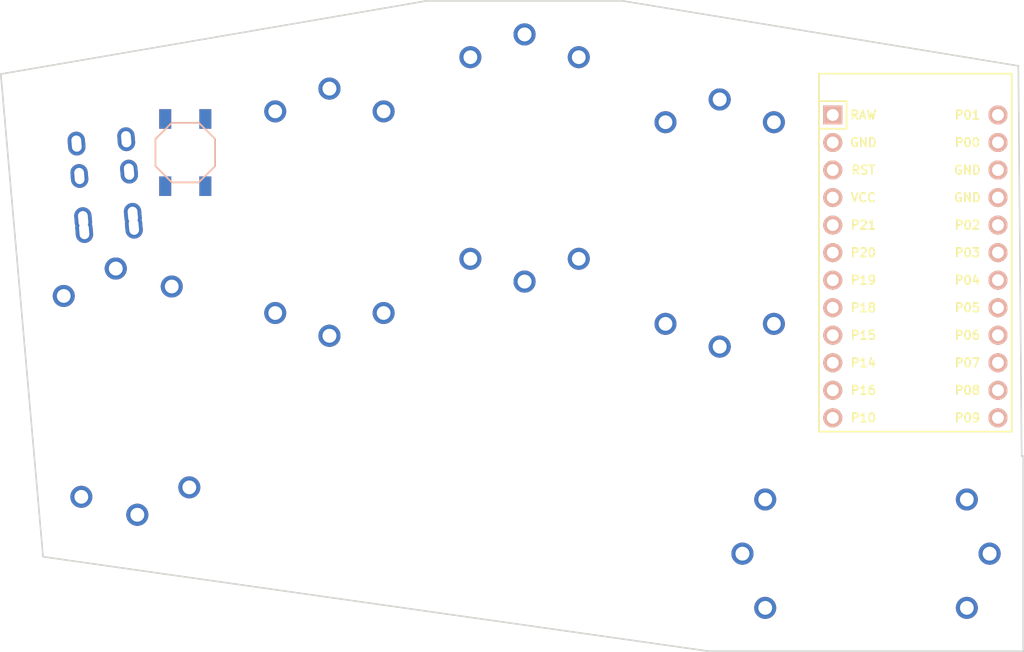
<source format=kicad_pcb>

            
(kicad_pcb (version 20171130) (host pcbnew 5.1.6)

  (page A3)
  (title_block
    (title KEYBOARD_NAME_HERE)
    (rev VERSION_HERE)
    (company YOUR_NAME_HERE)
  )

  (general
    (thickness 1.6)
  )

  (layers
    (0 F.Cu signal)
    (31 B.Cu signal)
    (32 B.Adhes user)
    (33 F.Adhes user)
    (34 B.Paste user)
    (35 F.Paste user)
    (36 B.SilkS user)
    (37 F.SilkS user)
    (38 B.Mask user)
    (39 F.Mask user)
    (40 Dwgs.User user)
    (41 Cmts.User user)
    (42 Eco1.User user)
    (43 Eco2.User user)
    (44 Edge.Cuts user)
    (45 Margin user)
    (46 B.CrtYd user)
    (47 F.CrtYd user)
    (48 B.Fab user)
    (49 F.Fab user)
  )

  (setup
    (last_trace_width 0.25)
    (trace_clearance 0.2)
    (zone_clearance 0.508)
    (zone_45_only no)
    (trace_min 0.2)
    (via_size 0.8)
    (via_drill 0.4)
    (via_min_size 0.4)
    (via_min_drill 0.3)
    (uvia_size 0.3)
    (uvia_drill 0.1)
    (uvias_allowed no)
    (uvia_min_size 0.2)
    (uvia_min_drill 0.1)
    (edge_width 0.05)
    (segment_width 0.2)
    (pcb_text_width 0.3)
    (pcb_text_size 1.5 1.5)
    (mod_edge_width 0.12)
    (mod_text_size 1 1)
    (mod_text_width 0.15)
    (pad_size 1.524 1.524)
    (pad_drill 0.762)
    (pad_to_mask_clearance 0.05)
    (aux_axis_origin 0 0)
    (visible_elements FFFFFF7F)
    (pcbplotparams
      (layerselection 0x010fc_ffffffff)
      (usegerberextensions false)
      (usegerberattributes true)
      (usegerberadvancedattributes true)
      (creategerberjobfile true)
      (excludeedgelayer true)
      (linewidth 0.100000)
      (plotframeref false)
      (viasonmask false)
      (mode 1)
      (useauxorigin false)
      (hpglpennumber 1)
      (hpglpenspeed 20)
      (hpglpendiameter 15.000000)
      (psnegative false)
      (psa4output false)
      (plotreference true)
      (plotvalue true)
      (plotinvisibletext false)
      (padsonsilk false)
      (subtractmaskfromsilk false)
      (outputformat 1)
      (mirror false)
      (drillshape 1)
      (scaleselection 1)
      (outputdirectory ""))
  )

            (net 0 "")
(net 1 "P1")
(net 2 "GND")
(net 3 "P2")
(net 4 "P3")
(net 5 "P4")
(net 6 "P5")
(net 7 "P6")
(net 8 "P7")
(net 9 "P8")
(net 10 "P10")
(net 11 "P9")
(net 12 "RAW")
(net 13 "RST")
(net 14 "VCC")
(net 15 "P21")
(net 16 "P20")
(net 17 "P19")
(net 18 "P18")
(net 19 "P15")
(net 20 "P14")
(net 21 "P16")
(net 22 "P0")
            
  (net_class Default "This is the default net class."
    (clearance 0.2)
    (trace_width 0.25)
    (via_dia 0.8)
    (via_drill 0.4)
    (uvia_dia 0.3)
    (uvia_drill 0.1)
    (add_net "")
(add_net "P1")
(add_net "GND")
(add_net "P2")
(add_net "P3")
(add_net "P4")
(add_net "P5")
(add_net "P6")
(add_net "P7")
(add_net "P8")
(add_net "P10")
(add_net "P9")
(add_net "RAW")
(add_net "RST")
(add_net "VCC")
(add_net "P21")
(add_net "P20")
(add_net "P19")
(add_net "P18")
(add_net "P15")
(add_net "P14")
(add_net "P16")
(add_net "P0")
  )

            
        
      (module PG1350 (layer F.Cu) (tedit 5DD50112)
      (at 17.9315046 -1.5688034 185)

      
      (fp_text reference "S1" (at 0 0) (layer F.SilkS) hide (effects (font (size 1.27 1.27) (thickness 0.15))))
      (fp_text value "" (at 0 0) (layer F.SilkS) hide (effects (font (size 1.27 1.27) (thickness 0.15))))

      
      (fp_line (start -7 -6) (end -7 -7) (layer Dwgs.User) (width 0.15))
      (fp_line (start -7 7) (end -6 7) (layer Dwgs.User) (width 0.15))
      (fp_line (start -6 -7) (end -7 -7) (layer Dwgs.User) (width 0.15))
      (fp_line (start -7 7) (end -7 6) (layer Dwgs.User) (width 0.15))
      (fp_line (start 7 6) (end 7 7) (layer Dwgs.User) (width 0.15))
      (fp_line (start 7 -7) (end 6 -7) (layer Dwgs.User) (width 0.15))
      (fp_line (start 6 7) (end 7 7) (layer Dwgs.User) (width 0.15))
      (fp_line (start 7 -7) (end 7 -6) (layer Dwgs.User) (width 0.15))      
      
      
      (pad "" np_thru_hole circle (at 0 0) (size 3.429 3.429) (drill 3.429) (layers *.Cu *.Mask))
        
      
      (pad "" np_thru_hole circle (at 5.5 0) (size 1.7018 1.7018) (drill 1.7018) (layers *.Cu *.Mask))
      (pad "" np_thru_hole circle (at -5.5 0) (size 1.7018 1.7018) (drill 1.7018) (layers *.Cu *.Mask))
      
        
      
      (fp_line (start -9 -8.5) (end 9 -8.5) (layer Dwgs.User) (width 0.15))
      (fp_line (start 9 -8.5) (end 9 8.5) (layer Dwgs.User) (width 0.15))
      (fp_line (start 9 8.5) (end -9 8.5) (layer Dwgs.User) (width 0.15))
      (fp_line (start -9 8.5) (end -9 -8.5) (layer Dwgs.User) (width 0.15))
      
        
            
            (pad 1 thru_hole circle (at 5 -3.8) (size 2.032 2.032) (drill 1.27) (layers *.Cu *.Mask) (net 1 "P1"))
            (pad 2 thru_hole circle (at 0 -5.9) (size 2.032 2.032) (drill 1.27) (layers *.Cu *.Mask) (net 2 "GND"))
          
        
            
            (pad 1 thru_hole circle (at -5 -3.8) (size 2.032 2.032) (drill 1.27) (layers *.Cu *.Mask) (net 1 "P1"))
            (pad 2 thru_hole circle (at -0 -5.9) (size 2.032 2.032) (drill 1.27) (layers *.Cu *.Mask) (net 2 "GND"))
          )
        

        
      (module PG1350 (layer F.Cu) (tedit 5DD50112)
      (at 16.9727914 -12.526945 5)

      
      (fp_text reference "S2" (at 0 0) (layer F.SilkS) hide (effects (font (size 1.27 1.27) (thickness 0.15))))
      (fp_text value "" (at 0 0) (layer F.SilkS) hide (effects (font (size 1.27 1.27) (thickness 0.15))))

      
      (fp_line (start -7 -6) (end -7 -7) (layer Dwgs.User) (width 0.15))
      (fp_line (start -7 7) (end -6 7) (layer Dwgs.User) (width 0.15))
      (fp_line (start -6 -7) (end -7 -7) (layer Dwgs.User) (width 0.15))
      (fp_line (start -7 7) (end -7 6) (layer Dwgs.User) (width 0.15))
      (fp_line (start 7 6) (end 7 7) (layer Dwgs.User) (width 0.15))
      (fp_line (start 7 -7) (end 6 -7) (layer Dwgs.User) (width 0.15))
      (fp_line (start 6 7) (end 7 7) (layer Dwgs.User) (width 0.15))
      (fp_line (start 7 -7) (end 7 -6) (layer Dwgs.User) (width 0.15))      
      
      
      (pad "" np_thru_hole circle (at 0 0) (size 3.429 3.429) (drill 3.429) (layers *.Cu *.Mask))
        
      
      (pad "" np_thru_hole circle (at 5.5 0) (size 1.7018 1.7018) (drill 1.7018) (layers *.Cu *.Mask))
      (pad "" np_thru_hole circle (at -5.5 0) (size 1.7018 1.7018) (drill 1.7018) (layers *.Cu *.Mask))
      
        
      
      (fp_line (start -9 -8.5) (end 9 -8.5) (layer Dwgs.User) (width 0.15))
      (fp_line (start 9 -8.5) (end 9 8.5) (layer Dwgs.User) (width 0.15))
      (fp_line (start 9 8.5) (end -9 8.5) (layer Dwgs.User) (width 0.15))
      (fp_line (start -9 8.5) (end -9 -8.5) (layer Dwgs.User) (width 0.15))
      
        
            
            (pad 1 thru_hole circle (at 5 -3.8) (size 2.032 2.032) (drill 1.27) (layers *.Cu *.Mask) (net 3 "P2"))
            (pad 2 thru_hole circle (at 0 -5.9) (size 2.032 2.032) (drill 1.27) (layers *.Cu *.Mask) (net 2 "GND"))
          
        
            
            (pad 1 thru_hole circle (at -5 -3.8) (size 2.032 2.032) (drill 1.27) (layers *.Cu *.Mask) (net 3 "P2"))
            (pad 2 thru_hole circle (at -0 -5.9) (size 2.032 2.032) (drill 1.27) (layers *.Cu *.Mask) (net 2 "GND"))
          )
        

        
      (module PG1350 (layer F.Cu) (tedit 5DD50112)
      (at 36.1701399 -18.1031537 180)

      
      (fp_text reference "S3" (at 0 0) (layer F.SilkS) hide (effects (font (size 1.27 1.27) (thickness 0.15))))
      (fp_text value "" (at 0 0) (layer F.SilkS) hide (effects (font (size 1.27 1.27) (thickness 0.15))))

      
      (fp_line (start -7 -6) (end -7 -7) (layer Dwgs.User) (width 0.15))
      (fp_line (start -7 7) (end -6 7) (layer Dwgs.User) (width 0.15))
      (fp_line (start -6 -7) (end -7 -7) (layer Dwgs.User) (width 0.15))
      (fp_line (start -7 7) (end -7 6) (layer Dwgs.User) (width 0.15))
      (fp_line (start 7 6) (end 7 7) (layer Dwgs.User) (width 0.15))
      (fp_line (start 7 -7) (end 6 -7) (layer Dwgs.User) (width 0.15))
      (fp_line (start 6 7) (end 7 7) (layer Dwgs.User) (width 0.15))
      (fp_line (start 7 -7) (end 7 -6) (layer Dwgs.User) (width 0.15))      
      
      
      (pad "" np_thru_hole circle (at 0 0) (size 3.429 3.429) (drill 3.429) (layers *.Cu *.Mask))
        
      
      (pad "" np_thru_hole circle (at 5.5 0) (size 1.7018 1.7018) (drill 1.7018) (layers *.Cu *.Mask))
      (pad "" np_thru_hole circle (at -5.5 0) (size 1.7018 1.7018) (drill 1.7018) (layers *.Cu *.Mask))
      
        
      
      (fp_line (start -9 -8.5) (end 9 -8.5) (layer Dwgs.User) (width 0.15))
      (fp_line (start 9 -8.5) (end 9 8.5) (layer Dwgs.User) (width 0.15))
      (fp_line (start 9 8.5) (end -9 8.5) (layer Dwgs.User) (width 0.15))
      (fp_line (start -9 8.5) (end -9 -8.5) (layer Dwgs.User) (width 0.15))
      
        
            
            (pad 1 thru_hole circle (at 5 -3.8) (size 2.032 2.032) (drill 1.27) (layers *.Cu *.Mask) (net 4 "P3"))
            (pad 2 thru_hole circle (at 0 -5.9) (size 2.032 2.032) (drill 1.27) (layers *.Cu *.Mask) (net 2 "GND"))
          
        
            
            (pad 1 thru_hole circle (at -5 -3.8) (size 2.032 2.032) (drill 1.27) (layers *.Cu *.Mask) (net 4 "P3"))
            (pad 2 thru_hole circle (at -0 -5.9) (size 2.032 2.032) (drill 1.27) (layers *.Cu *.Mask) (net 2 "GND"))
          )
        

        
      (module PG1350 (layer F.Cu) (tedit 5DD50112)
      (at 36.17014 -29.1031537 0)

      
      (fp_text reference "S4" (at 0 0) (layer F.SilkS) hide (effects (font (size 1.27 1.27) (thickness 0.15))))
      (fp_text value "" (at 0 0) (layer F.SilkS) hide (effects (font (size 1.27 1.27) (thickness 0.15))))

      
      (fp_line (start -7 -6) (end -7 -7) (layer Dwgs.User) (width 0.15))
      (fp_line (start -7 7) (end -6 7) (layer Dwgs.User) (width 0.15))
      (fp_line (start -6 -7) (end -7 -7) (layer Dwgs.User) (width 0.15))
      (fp_line (start -7 7) (end -7 6) (layer Dwgs.User) (width 0.15))
      (fp_line (start 7 6) (end 7 7) (layer Dwgs.User) (width 0.15))
      (fp_line (start 7 -7) (end 6 -7) (layer Dwgs.User) (width 0.15))
      (fp_line (start 6 7) (end 7 7) (layer Dwgs.User) (width 0.15))
      (fp_line (start 7 -7) (end 7 -6) (layer Dwgs.User) (width 0.15))      
      
      
      (pad "" np_thru_hole circle (at 0 0) (size 3.429 3.429) (drill 3.429) (layers *.Cu *.Mask))
        
      
      (pad "" np_thru_hole circle (at 5.5 0) (size 1.7018 1.7018) (drill 1.7018) (layers *.Cu *.Mask))
      (pad "" np_thru_hole circle (at -5.5 0) (size 1.7018 1.7018) (drill 1.7018) (layers *.Cu *.Mask))
      
        
      
      (fp_line (start -9 -8.5) (end 9 -8.5) (layer Dwgs.User) (width 0.15))
      (fp_line (start 9 -8.5) (end 9 8.5) (layer Dwgs.User) (width 0.15))
      (fp_line (start 9 8.5) (end -9 8.5) (layer Dwgs.User) (width 0.15))
      (fp_line (start -9 8.5) (end -9 -8.5) (layer Dwgs.User) (width 0.15))
      
        
            
            (pad 1 thru_hole circle (at 5 -3.8) (size 2.032 2.032) (drill 1.27) (layers *.Cu *.Mask) (net 5 "P4"))
            (pad 2 thru_hole circle (at 0 -5.9) (size 2.032 2.032) (drill 1.27) (layers *.Cu *.Mask) (net 2 "GND"))
          
        
            
            (pad 1 thru_hole circle (at -5 -3.8) (size 2.032 2.032) (drill 1.27) (layers *.Cu *.Mask) (net 5 "P4"))
            (pad 2 thru_hole circle (at -0 -5.9) (size 2.032 2.032) (drill 1.27) (layers *.Cu *.Mask) (net 2 "GND"))
          )
        

        
      (module PG1350 (layer F.Cu) (tedit 5DD50112)
      (at 54.17014 -23.1031538 180)

      
      (fp_text reference "S5" (at 0 0) (layer F.SilkS) hide (effects (font (size 1.27 1.27) (thickness 0.15))))
      (fp_text value "" (at 0 0) (layer F.SilkS) hide (effects (font (size 1.27 1.27) (thickness 0.15))))

      
      (fp_line (start -7 -6) (end -7 -7) (layer Dwgs.User) (width 0.15))
      (fp_line (start -7 7) (end -6 7) (layer Dwgs.User) (width 0.15))
      (fp_line (start -6 -7) (end -7 -7) (layer Dwgs.User) (width 0.15))
      (fp_line (start -7 7) (end -7 6) (layer Dwgs.User) (width 0.15))
      (fp_line (start 7 6) (end 7 7) (layer Dwgs.User) (width 0.15))
      (fp_line (start 7 -7) (end 6 -7) (layer Dwgs.User) (width 0.15))
      (fp_line (start 6 7) (end 7 7) (layer Dwgs.User) (width 0.15))
      (fp_line (start 7 -7) (end 7 -6) (layer Dwgs.User) (width 0.15))      
      
      
      (pad "" np_thru_hole circle (at 0 0) (size 3.429 3.429) (drill 3.429) (layers *.Cu *.Mask))
        
      
      (pad "" np_thru_hole circle (at 5.5 0) (size 1.7018 1.7018) (drill 1.7018) (layers *.Cu *.Mask))
      (pad "" np_thru_hole circle (at -5.5 0) (size 1.7018 1.7018) (drill 1.7018) (layers *.Cu *.Mask))
      
        
      
      (fp_line (start -9 -8.5) (end 9 -8.5) (layer Dwgs.User) (width 0.15))
      (fp_line (start 9 -8.5) (end 9 8.5) (layer Dwgs.User) (width 0.15))
      (fp_line (start 9 8.5) (end -9 8.5) (layer Dwgs.User) (width 0.15))
      (fp_line (start -9 8.5) (end -9 -8.5) (layer Dwgs.User) (width 0.15))
      
        
            
            (pad 1 thru_hole circle (at 5 -3.8) (size 2.032 2.032) (drill 1.27) (layers *.Cu *.Mask) (net 6 "P5"))
            (pad 2 thru_hole circle (at 0 -5.9) (size 2.032 2.032) (drill 1.27) (layers *.Cu *.Mask) (net 2 "GND"))
          
        
            
            (pad 1 thru_hole circle (at -5 -3.8) (size 2.032 2.032) (drill 1.27) (layers *.Cu *.Mask) (net 6 "P5"))
            (pad 2 thru_hole circle (at -0 -5.9) (size 2.032 2.032) (drill 1.27) (layers *.Cu *.Mask) (net 2 "GND"))
          )
        

        
      (module PG1350 (layer F.Cu) (tedit 5DD50112)
      (at 54.17014 -34.1031537 0)

      
      (fp_text reference "S6" (at 0 0) (layer F.SilkS) hide (effects (font (size 1.27 1.27) (thickness 0.15))))
      (fp_text value "" (at 0 0) (layer F.SilkS) hide (effects (font (size 1.27 1.27) (thickness 0.15))))

      
      (fp_line (start -7 -6) (end -7 -7) (layer Dwgs.User) (width 0.15))
      (fp_line (start -7 7) (end -6 7) (layer Dwgs.User) (width 0.15))
      (fp_line (start -6 -7) (end -7 -7) (layer Dwgs.User) (width 0.15))
      (fp_line (start -7 7) (end -7 6) (layer Dwgs.User) (width 0.15))
      (fp_line (start 7 6) (end 7 7) (layer Dwgs.User) (width 0.15))
      (fp_line (start 7 -7) (end 6 -7) (layer Dwgs.User) (width 0.15))
      (fp_line (start 6 7) (end 7 7) (layer Dwgs.User) (width 0.15))
      (fp_line (start 7 -7) (end 7 -6) (layer Dwgs.User) (width 0.15))      
      
      
      (pad "" np_thru_hole circle (at 0 0) (size 3.429 3.429) (drill 3.429) (layers *.Cu *.Mask))
        
      
      (pad "" np_thru_hole circle (at 5.5 0) (size 1.7018 1.7018) (drill 1.7018) (layers *.Cu *.Mask))
      (pad "" np_thru_hole circle (at -5.5 0) (size 1.7018 1.7018) (drill 1.7018) (layers *.Cu *.Mask))
      
        
      
      (fp_line (start -9 -8.5) (end 9 -8.5) (layer Dwgs.User) (width 0.15))
      (fp_line (start 9 -8.5) (end 9 8.5) (layer Dwgs.User) (width 0.15))
      (fp_line (start 9 8.5) (end -9 8.5) (layer Dwgs.User) (width 0.15))
      (fp_line (start -9 8.5) (end -9 -8.5) (layer Dwgs.User) (width 0.15))
      
        
            
            (pad 1 thru_hole circle (at 5 -3.8) (size 2.032 2.032) (drill 1.27) (layers *.Cu *.Mask) (net 7 "P6"))
            (pad 2 thru_hole circle (at 0 -5.9) (size 2.032 2.032) (drill 1.27) (layers *.Cu *.Mask) (net 2 "GND"))
          
        
            
            (pad 1 thru_hole circle (at -5 -3.8) (size 2.032 2.032) (drill 1.27) (layers *.Cu *.Mask) (net 7 "P6"))
            (pad 2 thru_hole circle (at -0 -5.9) (size 2.032 2.032) (drill 1.27) (layers *.Cu *.Mask) (net 2 "GND"))
          )
        

        
      (module PG1350 (layer F.Cu) (tedit 5DD50112)
      (at 72.17014 -17.1031537 180)

      
      (fp_text reference "S7" (at 0 0) (layer F.SilkS) hide (effects (font (size 1.27 1.27) (thickness 0.15))))
      (fp_text value "" (at 0 0) (layer F.SilkS) hide (effects (font (size 1.27 1.27) (thickness 0.15))))

      
      (fp_line (start -7 -6) (end -7 -7) (layer Dwgs.User) (width 0.15))
      (fp_line (start -7 7) (end -6 7) (layer Dwgs.User) (width 0.15))
      (fp_line (start -6 -7) (end -7 -7) (layer Dwgs.User) (width 0.15))
      (fp_line (start -7 7) (end -7 6) (layer Dwgs.User) (width 0.15))
      (fp_line (start 7 6) (end 7 7) (layer Dwgs.User) (width 0.15))
      (fp_line (start 7 -7) (end 6 -7) (layer Dwgs.User) (width 0.15))
      (fp_line (start 6 7) (end 7 7) (layer Dwgs.User) (width 0.15))
      (fp_line (start 7 -7) (end 7 -6) (layer Dwgs.User) (width 0.15))      
      
      
      (pad "" np_thru_hole circle (at 0 0) (size 3.429 3.429) (drill 3.429) (layers *.Cu *.Mask))
        
      
      (pad "" np_thru_hole circle (at 5.5 0) (size 1.7018 1.7018) (drill 1.7018) (layers *.Cu *.Mask))
      (pad "" np_thru_hole circle (at -5.5 0) (size 1.7018 1.7018) (drill 1.7018) (layers *.Cu *.Mask))
      
        
      
      (fp_line (start -9 -8.5) (end 9 -8.5) (layer Dwgs.User) (width 0.15))
      (fp_line (start 9 -8.5) (end 9 8.5) (layer Dwgs.User) (width 0.15))
      (fp_line (start 9 8.5) (end -9 8.5) (layer Dwgs.User) (width 0.15))
      (fp_line (start -9 8.5) (end -9 -8.5) (layer Dwgs.User) (width 0.15))
      
        
            
            (pad 1 thru_hole circle (at 5 -3.8) (size 2.032 2.032) (drill 1.27) (layers *.Cu *.Mask) (net 8 "P7"))
            (pad 2 thru_hole circle (at 0 -5.9) (size 2.032 2.032) (drill 1.27) (layers *.Cu *.Mask) (net 2 "GND"))
          
        
            
            (pad 1 thru_hole circle (at -5 -3.8) (size 2.032 2.032) (drill 1.27) (layers *.Cu *.Mask) (net 8 "P7"))
            (pad 2 thru_hole circle (at -0 -5.9) (size 2.032 2.032) (drill 1.27) (layers *.Cu *.Mask) (net 2 "GND"))
          )
        

        
      (module PG1350 (layer F.Cu) (tedit 5DD50112)
      (at 72.17014 -28.1031537 0)

      
      (fp_text reference "S8" (at 0 0) (layer F.SilkS) hide (effects (font (size 1.27 1.27) (thickness 0.15))))
      (fp_text value "" (at 0 0) (layer F.SilkS) hide (effects (font (size 1.27 1.27) (thickness 0.15))))

      
      (fp_line (start -7 -6) (end -7 -7) (layer Dwgs.User) (width 0.15))
      (fp_line (start -7 7) (end -6 7) (layer Dwgs.User) (width 0.15))
      (fp_line (start -6 -7) (end -7 -7) (layer Dwgs.User) (width 0.15))
      (fp_line (start -7 7) (end -7 6) (layer Dwgs.User) (width 0.15))
      (fp_line (start 7 6) (end 7 7) (layer Dwgs.User) (width 0.15))
      (fp_line (start 7 -7) (end 6 -7) (layer Dwgs.User) (width 0.15))
      (fp_line (start 6 7) (end 7 7) (layer Dwgs.User) (width 0.15))
      (fp_line (start 7 -7) (end 7 -6) (layer Dwgs.User) (width 0.15))      
      
      
      (pad "" np_thru_hole circle (at 0 0) (size 3.429 3.429) (drill 3.429) (layers *.Cu *.Mask))
        
      
      (pad "" np_thru_hole circle (at 5.5 0) (size 1.7018 1.7018) (drill 1.7018) (layers *.Cu *.Mask))
      (pad "" np_thru_hole circle (at -5.5 0) (size 1.7018 1.7018) (drill 1.7018) (layers *.Cu *.Mask))
      
        
      
      (fp_line (start -9 -8.5) (end 9 -8.5) (layer Dwgs.User) (width 0.15))
      (fp_line (start 9 -8.5) (end 9 8.5) (layer Dwgs.User) (width 0.15))
      (fp_line (start 9 8.5) (end -9 8.5) (layer Dwgs.User) (width 0.15))
      (fp_line (start -9 8.5) (end -9 -8.5) (layer Dwgs.User) (width 0.15))
      
        
            
            (pad 1 thru_hole circle (at 5 -3.8) (size 2.032 2.032) (drill 1.27) (layers *.Cu *.Mask) (net 9 "P8"))
            (pad 2 thru_hole circle (at 0 -5.9) (size 2.032 2.032) (drill 1.27) (layers *.Cu *.Mask) (net 2 "GND"))
          
        
            
            (pad 1 thru_hole circle (at -5 -3.8) (size 2.032 2.032) (drill 1.27) (layers *.Cu *.Mask) (net 9 "P8"))
            (pad 2 thru_hole circle (at -0 -5.9) (size 2.032 2.032) (drill 1.27) (layers *.Cu *.Mask) (net 2 "GND"))
          )
        

        
      (module PG1350 (layer F.Cu) (tedit 5DD50112)
      (at 80.17014 7.8968463 90)

      
      (fp_text reference "S9" (at 0 0) (layer F.SilkS) hide (effects (font (size 1.27 1.27) (thickness 0.15))))
      (fp_text value "" (at 0 0) (layer F.SilkS) hide (effects (font (size 1.27 1.27) (thickness 0.15))))

      
      (fp_line (start -7 -6) (end -7 -7) (layer Dwgs.User) (width 0.15))
      (fp_line (start -7 7) (end -6 7) (layer Dwgs.User) (width 0.15))
      (fp_line (start -6 -7) (end -7 -7) (layer Dwgs.User) (width 0.15))
      (fp_line (start -7 7) (end -7 6) (layer Dwgs.User) (width 0.15))
      (fp_line (start 7 6) (end 7 7) (layer Dwgs.User) (width 0.15))
      (fp_line (start 7 -7) (end 6 -7) (layer Dwgs.User) (width 0.15))
      (fp_line (start 6 7) (end 7 7) (layer Dwgs.User) (width 0.15))
      (fp_line (start 7 -7) (end 7 -6) (layer Dwgs.User) (width 0.15))      
      
      
      (pad "" np_thru_hole circle (at 0 0) (size 3.429 3.429) (drill 3.429) (layers *.Cu *.Mask))
        
      
      (pad "" np_thru_hole circle (at 5.5 0) (size 1.7018 1.7018) (drill 1.7018) (layers *.Cu *.Mask))
      (pad "" np_thru_hole circle (at -5.5 0) (size 1.7018 1.7018) (drill 1.7018) (layers *.Cu *.Mask))
      
        
      
      (fp_line (start -9 -8.5) (end 9 -8.5) (layer Dwgs.User) (width 0.15))
      (fp_line (start 9 -8.5) (end 9 8.5) (layer Dwgs.User) (width 0.15))
      (fp_line (start 9 8.5) (end -9 8.5) (layer Dwgs.User) (width 0.15))
      (fp_line (start -9 8.5) (end -9 -8.5) (layer Dwgs.User) (width 0.15))
      
        
            
            (pad 1 thru_hole circle (at 5 -3.8) (size 2.032 2.032) (drill 1.27) (layers *.Cu *.Mask) (net 10 "P10"))
            (pad 2 thru_hole circle (at 0 -5.9) (size 2.032 2.032) (drill 1.27) (layers *.Cu *.Mask) (net 2 "GND"))
          
        
            
            (pad 1 thru_hole circle (at -5 -3.8) (size 2.032 2.032) (drill 1.27) (layers *.Cu *.Mask) (net 10 "P10"))
            (pad 2 thru_hole circle (at -0 -5.9) (size 2.032 2.032) (drill 1.27) (layers *.Cu *.Mask) (net 2 "GND"))
          )
        

        
      (module PG1350 (layer F.Cu) (tedit 5DD50112)
      (at 91.17014 7.8968463 -90)

      
      (fp_text reference "S10" (at 0 0) (layer F.SilkS) hide (effects (font (size 1.27 1.27) (thickness 0.15))))
      (fp_text value "" (at 0 0) (layer F.SilkS) hide (effects (font (size 1.27 1.27) (thickness 0.15))))

      
      (fp_line (start -7 -6) (end -7 -7) (layer Dwgs.User) (width 0.15))
      (fp_line (start -7 7) (end -6 7) (layer Dwgs.User) (width 0.15))
      (fp_line (start -6 -7) (end -7 -7) (layer Dwgs.User) (width 0.15))
      (fp_line (start -7 7) (end -7 6) (layer Dwgs.User) (width 0.15))
      (fp_line (start 7 6) (end 7 7) (layer Dwgs.User) (width 0.15))
      (fp_line (start 7 -7) (end 6 -7) (layer Dwgs.User) (width 0.15))
      (fp_line (start 6 7) (end 7 7) (layer Dwgs.User) (width 0.15))
      (fp_line (start 7 -7) (end 7 -6) (layer Dwgs.User) (width 0.15))      
      
      
      (pad "" np_thru_hole circle (at 0 0) (size 3.429 3.429) (drill 3.429) (layers *.Cu *.Mask))
        
      
      (pad "" np_thru_hole circle (at 5.5 0) (size 1.7018 1.7018) (drill 1.7018) (layers *.Cu *.Mask))
      (pad "" np_thru_hole circle (at -5.5 0) (size 1.7018 1.7018) (drill 1.7018) (layers *.Cu *.Mask))
      
        
      
      (fp_line (start -9 -8.5) (end 9 -8.5) (layer Dwgs.User) (width 0.15))
      (fp_line (start 9 -8.5) (end 9 8.5) (layer Dwgs.User) (width 0.15))
      (fp_line (start 9 8.5) (end -9 8.5) (layer Dwgs.User) (width 0.15))
      (fp_line (start -9 8.5) (end -9 -8.5) (layer Dwgs.User) (width 0.15))
      
        
            
            (pad 1 thru_hole circle (at 5 -3.8) (size 2.032 2.032) (drill 1.27) (layers *.Cu *.Mask) (net 11 "P9"))
            (pad 2 thru_hole circle (at 0 -5.9) (size 2.032 2.032) (drill 1.27) (layers *.Cu *.Mask) (net 2 "GND"))
          
        
            
            (pad 1 thru_hole circle (at -5 -3.8) (size 2.032 2.032) (drill 1.27) (layers *.Cu *.Mask) (net 11 "P9"))
            (pad 2 thru_hole circle (at -0 -5.9) (size 2.032 2.032) (drill 1.27) (layers *.Cu *.Mask) (net 2 "GND"))
          )
        

        
      (module ProMicro (layer F.Cu) (tedit 5B307E4C)
      (at 90.22014 -18.6031537 -90)

      
      (fp_text reference "MCU1" (at 0 0) (layer F.SilkS) hide (effects (font (size 1.27 1.27) (thickness 0.15))))
      (fp_text value "" (at 0 0) (layer F.SilkS) hide (effects (font (size 1.27 1.27) (thickness 0.15))))
    
      
      (fp_line (start -19.304 -3.81) (end -14.224 -3.81) (layer Dwgs.User) (width 0.15))
      (fp_line (start -19.304 3.81) (end -19.304 -3.81) (layer Dwgs.User) (width 0.15))
      (fp_line (start -14.224 3.81) (end -19.304 3.81) (layer Dwgs.User) (width 0.15))
      (fp_line (start -14.224 -3.81) (end -14.224 3.81) (layer Dwgs.User) (width 0.15))
    
      
      (fp_line (start -17.78 8.89) (end 15.24 8.89) (layer F.SilkS) (width 0.15))
      (fp_line (start 15.24 8.89) (end 15.24 -8.89) (layer F.SilkS) (width 0.15))
      (fp_line (start 15.24 -8.89) (end -17.78 -8.89) (layer F.SilkS) (width 0.15))
      (fp_line (start -17.78 -8.89) (end -17.78 8.89) (layer F.SilkS) (width 0.15))
      
        
        
        (fp_line (start -15.24 6.35) (end -12.7 6.35) (layer F.SilkS) (width 0.15))
        (fp_line (start -15.24 6.35) (end -15.24 8.89) (layer F.SilkS) (width 0.15))
        (fp_line (start -12.7 6.35) (end -12.7 8.89) (layer F.SilkS) (width 0.15))
      
        
        (fp_text user RAW (at -13.97 4.8 0) (layer F.SilkS) (effects (font (size 0.8 0.8) (thickness 0.15))))
        (fp_text user GND (at -11.43 4.8 0) (layer F.SilkS) (effects (font (size 0.8 0.8) (thickness 0.15))))
        (fp_text user RST (at -8.89 4.8 0) (layer F.SilkS) (effects (font (size 0.8 0.8) (thickness 0.15))))
        (fp_text user VCC (at -6.35 4.8 0) (layer F.SilkS) (effects (font (size 0.8 0.8) (thickness 0.15))))
        (fp_text user P21 (at -3.81 4.8 0) (layer F.SilkS) (effects (font (size 0.8 0.8) (thickness 0.15))))
        (fp_text user P20 (at -1.27 4.8 0) (layer F.SilkS) (effects (font (size 0.8 0.8) (thickness 0.15))))
        (fp_text user P19 (at 1.27 4.8 0) (layer F.SilkS) (effects (font (size 0.8 0.8) (thickness 0.15))))
        (fp_text user P18 (at 3.81 4.8 0) (layer F.SilkS) (effects (font (size 0.8 0.8) (thickness 0.15))))
        (fp_text user P15 (at 6.35 4.8 0) (layer F.SilkS) (effects (font (size 0.8 0.8) (thickness 0.15))))
        (fp_text user P14 (at 8.89 4.8 0) (layer F.SilkS) (effects (font (size 0.8 0.8) (thickness 0.15))))
        (fp_text user P16 (at 11.43 4.8 0) (layer F.SilkS) (effects (font (size 0.8 0.8) (thickness 0.15))))
        (fp_text user P10 (at 13.97 4.8 0) (layer F.SilkS) (effects (font (size 0.8 0.8) (thickness 0.15))))
      
        (fp_text user P01 (at -13.97 -4.8 0) (layer F.SilkS) (effects (font (size 0.8 0.8) (thickness 0.15))))
        (fp_text user P00 (at -11.43 -4.8 0) (layer F.SilkS) (effects (font (size 0.8 0.8) (thickness 0.15))))
        (fp_text user GND (at -8.89 -4.8 0) (layer F.SilkS) (effects (font (size 0.8 0.8) (thickness 0.15))))
        (fp_text user GND (at -6.35 -4.8 0) (layer F.SilkS) (effects (font (size 0.8 0.8) (thickness 0.15))))
        (fp_text user P02 (at -3.81 -4.8 0) (layer F.SilkS) (effects (font (size 0.8 0.8) (thickness 0.15))))
        (fp_text user P03 (at -1.27 -4.8 0) (layer F.SilkS) (effects (font (size 0.8 0.8) (thickness 0.15))))
        (fp_text user P04 (at 1.27 -4.8 0) (layer F.SilkS) (effects (font (size 0.8 0.8) (thickness 0.15))))
        (fp_text user P05 (at 3.81 -4.8 0) (layer F.SilkS) (effects (font (size 0.8 0.8) (thickness 0.15))))
        (fp_text user P06 (at 6.35 -4.8 0) (layer F.SilkS) (effects (font (size 0.8 0.8) (thickness 0.15))))
        (fp_text user P07 (at 8.89 -4.8 0) (layer F.SilkS) (effects (font (size 0.8 0.8) (thickness 0.15))))
        (fp_text user P08 (at 11.43 -4.8 0) (layer F.SilkS) (effects (font (size 0.8 0.8) (thickness 0.15))))
        (fp_text user P09 (at 13.97 -4.8 0) (layer F.SilkS) (effects (font (size 0.8 0.8) (thickness 0.15))))
      
        
        (pad 1 thru_hole rect (at -13.97 7.62 -90) (size 1.7526 1.7526) (drill 1.0922) (layers *.Cu *.SilkS *.Mask) (net 12 "RAW"))
        (pad 2 thru_hole circle (at -11.43 7.62 0) (size 1.7526 1.7526) (drill 1.0922) (layers *.Cu *.SilkS *.Mask) (net 2 "GND"))
        (pad 3 thru_hole circle (at -8.89 7.62 0) (size 1.7526 1.7526) (drill 1.0922) (layers *.Cu *.SilkS *.Mask) (net 13 "RST"))
        (pad 4 thru_hole circle (at -6.35 7.62 0) (size 1.7526 1.7526) (drill 1.0922) (layers *.Cu *.SilkS *.Mask) (net 14 "VCC"))
        (pad 5 thru_hole circle (at -3.81 7.62 0) (size 1.7526 1.7526) (drill 1.0922) (layers *.Cu *.SilkS *.Mask) (net 15 "P21"))
        (pad 6 thru_hole circle (at -1.27 7.62 0) (size 1.7526 1.7526) (drill 1.0922) (layers *.Cu *.SilkS *.Mask) (net 16 "P20"))
        (pad 7 thru_hole circle (at 1.27 7.62 0) (size 1.7526 1.7526) (drill 1.0922) (layers *.Cu *.SilkS *.Mask) (net 17 "P19"))
        (pad 8 thru_hole circle (at 3.81 7.62 0) (size 1.7526 1.7526) (drill 1.0922) (layers *.Cu *.SilkS *.Mask) (net 18 "P18"))
        (pad 9 thru_hole circle (at 6.35 7.62 0) (size 1.7526 1.7526) (drill 1.0922) (layers *.Cu *.SilkS *.Mask) (net 19 "P15"))
        (pad 10 thru_hole circle (at 8.89 7.62 0) (size 1.7526 1.7526) (drill 1.0922) (layers *.Cu *.SilkS *.Mask) (net 20 "P14"))
        (pad 11 thru_hole circle (at 11.43 7.62 0) (size 1.7526 1.7526) (drill 1.0922) (layers *.Cu *.SilkS *.Mask) (net 21 "P16"))
        (pad 12 thru_hole circle (at 13.97 7.62 0) (size 1.7526 1.7526) (drill 1.0922) (layers *.Cu *.SilkS *.Mask) (net 10 "P10"))
        
        (pad 13 thru_hole circle (at -13.97 -7.62 0) (size 1.7526 1.7526) (drill 1.0922) (layers *.Cu *.SilkS *.Mask) (net 1 "P1"))
        (pad 14 thru_hole circle (at -11.43 -7.62 0) (size 1.7526 1.7526) (drill 1.0922) (layers *.Cu *.SilkS *.Mask) (net 22 "P0"))
        (pad 15 thru_hole circle (at -8.89 -7.62 0) (size 1.7526 1.7526) (drill 1.0922) (layers *.Cu *.SilkS *.Mask) (net 2 "GND"))
        (pad 16 thru_hole circle (at -6.35 -7.62 0) (size 1.7526 1.7526) (drill 1.0922) (layers *.Cu *.SilkS *.Mask) (net 2 "GND"))
        (pad 17 thru_hole circle (at -3.81 -7.62 0) (size 1.7526 1.7526) (drill 1.0922) (layers *.Cu *.SilkS *.Mask) (net 3 "P2"))
        (pad 18 thru_hole circle (at -1.27 -7.62 0) (size 1.7526 1.7526) (drill 1.0922) (layers *.Cu *.SilkS *.Mask) (net 4 "P3"))
        (pad 19 thru_hole circle (at 1.27 -7.62 0) (size 1.7526 1.7526) (drill 1.0922) (layers *.Cu *.SilkS *.Mask) (net 5 "P4"))
        (pad 20 thru_hole circle (at 3.81 -7.62 0) (size 1.7526 1.7526) (drill 1.0922) (layers *.Cu *.SilkS *.Mask) (net 6 "P5"))
        (pad 21 thru_hole circle (at 6.35 -7.62 0) (size 1.7526 1.7526) (drill 1.0922) (layers *.Cu *.SilkS *.Mask) (net 7 "P6"))
        (pad 22 thru_hole circle (at 8.89 -7.62 0) (size 1.7526 1.7526) (drill 1.0922) (layers *.Cu *.SilkS *.Mask) (net 8 "P7"))
        (pad 23 thru_hole circle (at 11.43 -7.62 0) (size 1.7526 1.7526) (drill 1.0922) (layers *.Cu *.SilkS *.Mask) (net 9 "P8"))
        (pad 24 thru_hole circle (at 13.97 -7.62 0) (size 1.7526 1.7526) (drill 1.0922) (layers *.Cu *.SilkS *.Mask) (net 11 "P9"))
      )
        

        
      (module TRRS-PJ-320A-dual (layer F.Cu) (tedit 5970F8E5)

      (at 17.1436258 -33.5217257 5)   

      
      (fp_text reference REF** (at 0 14.2) (layer Dwgs.User) (effects (font (size 1 1) (thickness 0.15))))
      (fp_text value TRRS-PJ-320A-dual (at 0 -5.6) (layer F.Fab) (effects (font (size 1 1) (thickness 0.15))))

      
      (fp_line (start 0.5 -2) (end -5.1 -2) (layer Dwgs.User) (width 0.15))
      (fp_line (start -5.1 0) (end -5.1 -2) (layer Dwgs.User) (width 0.15))
      (fp_line (start 0.5 0) (end 0.5 -2) (layer Dwgs.User) (width 0.15))
      (fp_line (start -5.35 0) (end -5.35 12.1) (layer Dwgs.User) (width 0.15))
      (fp_line (start 0.75 0) (end 0.75 12.1) (layer Dwgs.User) (width 0.15))
      (fp_line (start 0.75 12.1) (end -5.35 12.1) (layer Dwgs.User) (width 0.15))
      (fp_line (start 0.75 0) (end -5.35 0) (layer Dwgs.User) (width 0.15))

      
      (pad "" np_thru_hole circle (at -2.3 8.6) (size 1.5 1.5) (drill 1.5) (layers *.Cu *.Mask))
      (pad "" np_thru_hole circle (at -2.3 1.6) (size 1.5 1.5) (drill 1.5) (layers *.Cu *.Mask))
      
        
        (pad 1 thru_hole oval (at 0 11.3 5) (size 1.6 2.2) (drill oval 0.9 1.5) (layers *.Cu *.Mask) (net 2 "GND"))
        (pad 2 thru_hole oval (at -4.6 10.2 5) (size 1.6 2.2) (drill oval 0.9 1.5) (layers *.Cu *.Mask) (net 2 "GND"))
        (pad 3 thru_hole oval (at -4.6 6.2 5) (size 1.6 2.2) (drill oval 0.9 1.5) (layers *.Cu *.Mask) (net 9 "P8"))
        (pad 4 thru_hole oval (at -4.6 3.2 5) (size 1.6 2.2) (drill oval 0.9 1.5) (layers *.Cu *.Mask) (net 14 "VCC"))
      
        
        (pad 1 thru_hole oval (at -4.6 11.3 5) (size 1.6 2.2) (drill oval 0.9 1.5) (layers *.Cu *.Mask) (net 2 "GND"))
        (pad 2 thru_hole oval (at 0 10.2 5) (size 1.6 2.2) (drill oval 0.9 1.5) (layers *.Cu *.Mask) (net 2 "GND"))
        (pad 3 thru_hole oval (at 0 6.2 5) (size 1.6 2.2) (drill oval 0.9 1.5) (layers *.Cu *.Mask) (net 9 "P8"))
        (pad 4 thru_hole oval (at 0 3.2 5) (size 1.6 2.2) (drill oval 0.9 1.5) (layers *.Cu *.Mask) (net 14 "VCC"))
      )
      

    
    (module E73:SW_TACT_ALPS_SKQGABE010 (layer F.Cu) (tstamp 5BF2CC94)

        (descr "Low-profile SMD Tactile Switch, https://www.e-switch.com/product-catalog/tact/product-lines/tl3342-series-low-profile-smt-tact-switch")
        (tags "SPST Tactile Switch")

        (at 22.870140000000003 -29.1031537 90)
        
        (fp_text reference "B1" (at 0 0) (layer F.SilkS) hide (effects (font (size 1.27 1.27) (thickness 0.15))))
        (fp_text value "" (at 0 0) (layer F.SilkS) hide (effects (font (size 1.27 1.27) (thickness 0.15))))
        
        
        (fp_line (start 2.75 1.25) (end 1.25 2.75) (layer F.SilkS) (width 0.15))
        (fp_line (start 2.75 -1.25) (end 1.25 -2.75) (layer F.SilkS) (width 0.15))
        (fp_line (start 2.75 -1.25) (end 2.75 1.25) (layer F.SilkS) (width 0.15))
        (fp_line (start -1.25 2.75) (end 1.25 2.75) (layer F.SilkS) (width 0.15))
        (fp_line (start -1.25 -2.75) (end 1.25 -2.75) (layer F.SilkS) (width 0.15))
        (fp_line (start -2.75 1.25) (end -1.25 2.75) (layer F.SilkS) (width 0.15))
        (fp_line (start -2.75 -1.25) (end -1.25 -2.75) (layer F.SilkS) (width 0.15))
        (fp_line (start -2.75 -1.25) (end -2.75 1.25) (layer F.SilkS) (width 0.15))
        
        
        (pad 1 smd rect (at -3.1 -1.85 90) (size 1.8 1.1) (layers F.Cu F.Paste F.Mask) (net 13 "RST"))
        (pad 1 smd rect (at 3.1 -1.85 90) (size 1.8 1.1) (layers F.Cu F.Paste F.Mask) (net 13 "RST"))
        (pad 2 smd rect (at -3.1 1.85 90) (size 1.8 1.1) (layers F.Cu F.Paste F.Mask) (net 2 "GND"))
        (pad 2 smd rect (at 3.1 1.85 90) (size 1.8 1.1) (layers F.Cu F.Paste F.Mask) (net 2 "GND"))
    )
    
    

    
    (module E73:SW_TACT_ALPS_SKQGABE010 (layer F.Cu) (tstamp 5BF2CC94)

        (descr "Low-profile SMD Tactile Switch, https://www.e-switch.com/product-catalog/tact/product-lines/tl3342-series-low-profile-smt-tact-switch")
        (tags "SPST Tactile Switch")

        (at 22.870140000000003 -29.1031537 90)
        
        (fp_text reference "B2" (at 0 0) (layer F.SilkS) hide (effects (font (size 1.27 1.27) (thickness 0.15))))
        (fp_text value "" (at 0 0) (layer F.SilkS) hide (effects (font (size 1.27 1.27) (thickness 0.15))))
        
        
        (fp_line (start 2.75 1.25) (end 1.25 2.75) (layer B.SilkS) (width 0.15))
        (fp_line (start 2.75 -1.25) (end 1.25 -2.75) (layer B.SilkS) (width 0.15))
        (fp_line (start 2.75 -1.25) (end 2.75 1.25) (layer B.SilkS) (width 0.15))
        (fp_line (start -1.25 2.75) (end 1.25 2.75) (layer B.SilkS) (width 0.15))
        (fp_line (start -1.25 -2.75) (end 1.25 -2.75) (layer B.SilkS) (width 0.15))
        (fp_line (start -2.75 1.25) (end -1.25 2.75) (layer B.SilkS) (width 0.15))
        (fp_line (start -2.75 -1.25) (end -1.25 -2.75) (layer B.SilkS) (width 0.15))
        (fp_line (start -2.75 -1.25) (end -2.75 1.25) (layer B.SilkS) (width 0.15))
        
        
        (pad 1 smd rect (at -3.1 -1.85 90) (size 1.8 1.1) (layers B.Cu B.Paste B.Mask) (net 13 "RST"))
        (pad 1 smd rect (at 3.1 -1.85 90) (size 1.8 1.1) (layers B.Cu B.Paste B.Mask) (net 13 "RST"))
        (pad 2 smd rect (at -3.1 1.85 90) (size 1.8 1.1) (layers B.Cu B.Paste B.Mask) (net 2 "GND"))
        (pad 2 smd rect (at 3.1 1.85 90) (size 1.8 1.1) (layers B.Cu B.Paste B.Mask) (net 2 "GND"))
    )
    
    
            (gr_line (start 5.854292299999999 -36.3485524) (end 9.750154 8.1813506) (angle 90) (layer Edge.Cuts) (width 0.15))
(gr_line (start 63.17014 -43.1031537) (end 45.17014 -43.1031537) (angle 90) (layer Edge.Cuts) (width 0.15))
(gr_line (start 100.0258003773585 -1.1031537) (end 100.17014 -1.1031537) (angle 90) (layer Edge.Cuts) (width 0.15))
(gr_line (start 71.17014 16.8968463) (end 100.17014 16.8968463) (angle 90) (layer Edge.Cuts) (width 0.15))
(gr_line (start 100.17014 16.8968463) (end 100.17014 -1.1031537) (angle 90) (layer Edge.Cuts) (width 0.15))
(gr_line (start 71.17014 16.8968463) (end 9.750154 8.1813506) (angle 90) (layer Edge.Cuts) (width 0.15))
(gr_line (start 5.854292299999999 -36.3485524) (end 45.17014 -43.1031537) (angle 90) (layer Edge.Cuts) (width 0.15))
(gr_line (start 63.17014 -43.1031537) (end 99.72014 -37.1031537) (angle 90) (layer Edge.Cuts) (width 0.15))
(gr_line (start 99.72014 -37.1031537) (end 100.0258003773585 -1.1031536999998934) (angle 90) (layer Edge.Cuts) (width 0.15))
            
)

        
</source>
